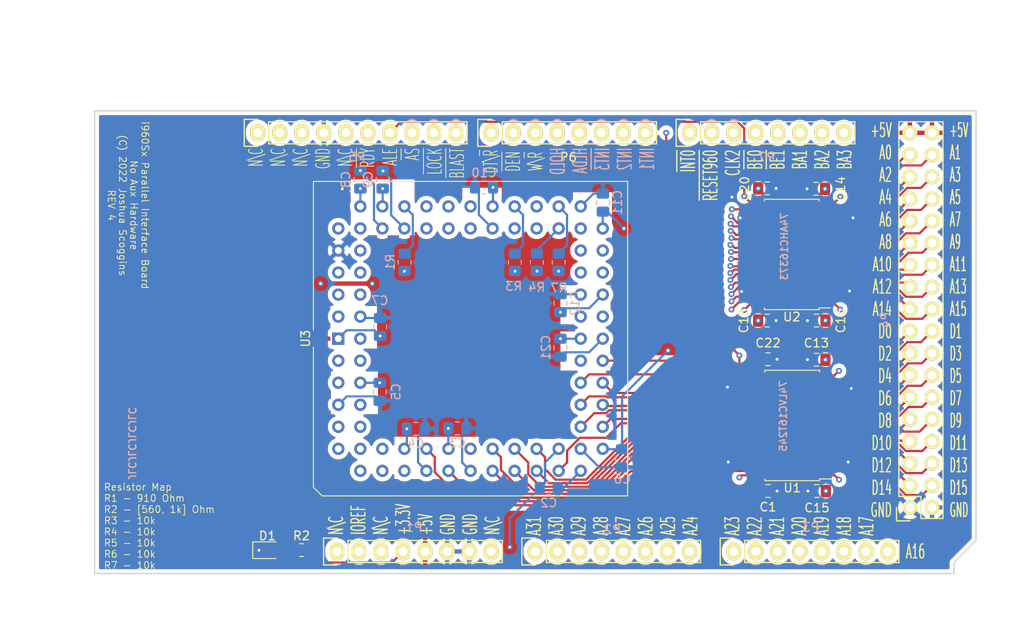
<source format=kicad_pcb>
(kicad_pcb (version 20211014) (generator pcbnew)
  (title_block (date "mar. 31 mars 2015"))
  (layers (0 "F.Cu" power "Front") (1 "In1.Cu" signal) (2 "In2.Cu" signal) (31 "B.Cu" signal "Back") (34 "B.Paste" user) (35 "F.Paste" user) (36 "B.SilkS" user "B.Silkscreen") (37 "F.SilkS" user "F.Silkscreen") (38 "B.Mask" user) (39 "F.Mask" user) (44 "Edge.Cuts" user))
  (net 0 "")
  (net 1 "GND")
  (net 2 "+5V")
  (net 3 "/A0")
  (net 4 "/A1")
  (net 5 "/A2")
  (net 6 "/A3")
  (net 7 "/A4")
  (net 8 "/A5")
  (net 9 "/A6")
  (net 10 "/A7")
  (net 11 "/A8")
  (net 12 "/A9")
  (net 13 "/A10")
  (net 14 "/A11")
  (net 15 "/A12")
  (net 16 "/A13")
  (net 17 "/A14")
  (net 18 "/A15")
  (net 19 "+3V3")
  (net 20 "Net-(D1-Pad2)")
  (net 21 "/INT2")
  (net 22 "/INT1")
  (net 24 "/~{RESET960}")
  (net 26 "/D0_OUT")
  (net 27 "/D1")
  (net 28 "/D2")
  (net 29 "/D3")
  (net 30 "/D4")
  (net 31 "/D5")
  (net 32 "/D6")
  (net 33 "/D7")
  (net 34 "/D8")
  (net 35 "/D9")
  (net 36 "/D10")
  (net 37 "/D11")
  (net 38 "/D12")
  (net 39 "/D13")
  (net 40 "/D14")
  (net 41 "/D15")
  (net 42 "/A16")
  (net 43 "/A17")
  (net 44 "/A18")
  (net 45 "/A19")
  (net 46 "/A20")
  (net 47 "/A21")
  (net 48 "/A22")
  (net 49 "/A23")
  (net 50 "/A24")
  (net 51 "/A25")
  (net 52 "/A26")
  (net 53 "/A27")
  (net 54 "/A28")
  (net 55 "/A29")
  (net 56 "/A30")
  (net 57 "/A31")
  (net 59 "/ALE")
  (net 60 "/DT\\~{R}")
  (net 61 "/~{INT3}")
  (net 62 "/BA1")
  (net 63 "/BA2")
  (net 64 "/BA3")
  (net 65 "/~{BE0}")
  (net 66 "/~{BE1}")
  (net 67 "/HOLD")
  (net 68 "/HLDA")
  (net 69 "/~{LOCK}")
  (net 70 "/CLKO")
  (net 71 "/~{AS}")
  (net 72 "/~{DEN}")
  (net 73 "/~{INT0}")
  (net 74 "/W\\~{R}")
  (net 75 "/~{BLAST}\\~{FAIL}")
  (net 76 "/~{READY}")
  (net 78 "/D0")
  (net 79 "/AD2")
  (net 80 "/AD4")
  (net 81 "/AD6")
  (net 84 "/AD1")
  (net 85 "/AD3")
  (net 86 "/AD5")
  (net 87 "/AD7")
  (net 88 "/AD9")
  (net 89 "/AD11")
  (net 90 "/AD13")
  (net 91 "/AD14")
  (net 92 "/AD8")
  (net 93 "/AD10")
  (net 94 "/AD12")
  (net 96 "/AD15")
  (net 102 "VCC")
  (footprint "Socket_Arduino_Mega:Socket_Strip_Arduino_2x18" (layer "F.Cu") (at 197.358 114.046 90)
    (fp_text reference "P4")
    (fp_text value "Address Lines")
  )
  (footprint "Socket_Arduino_Mega:Socket_Strip_Arduino_1x08" (layer "F.Cu") (at 131.318 119.126)
    (fp_text reference "P1")
    (fp_text value "Power")
  )
  (footprint "Socket_Arduino_Mega:Socket_Strip_Arduino_1x08" (layer "F.Cu") (at 154.178 119.126)
    (fp_text reference "P2")
    (fp_text value "Data Lines Lower")
  )
  (footprint "Socket_Arduino_Mega:Socket_Strip_Arduino_1x08" (layer "F.Cu") (at 177.038 119.126)
    (fp_text reference "P3")
    (fp_text value "Data Lines Upper")
  )
  (footprint "Socket_Arduino_Mega:Socket_Strip_Arduino_1x10" (layer "F.Cu") (at 122.174 70.866)
    (fp_text reference "P5")
    (fp_text value "PWM")
  )
  (footprint "Socket_Arduino_Mega:Socket_Strip_Arduino_1x08" (layer "F.Cu") (at 149.098 70.866)
    (fp_text reference "P6")
    (fp_text value "Serializable Pins")
  )
  (footprint "Socket_Arduino_Mega:Socket_Strip_Arduino_1x08" (layer "F.Cu") (at 171.958 70.866)
    (fp_text reference "P7")
    (fp_text value "1284p Direct Connection")
  )
  (footprint "LED_SMD:LED_0805_2012Metric" (layer "F.Cu") (at 123.28906 118.97614)
    (fp_text reference "D1")
    (fp_text value "POWER LED")
  )
  (footprint "Resistor_SMD:R_0805_2012Metric_Pad1.20x1.40mm_HandSolder" (layer "F.Cu") (at 127.22098 118.96344)
    (fp_text reference "R2")
    (fp_text value "560")
  )
  (footprint "Capacitor_SMD:C_0805_2012Metric_Pad1.18x1.45mm_HandSolder" (layer "F.Cu") (at 186.5843 97.016 180)
    (fp_text reference "C13")
    (fp_text value "0.1uF")
  )
  (footprint "Package_LCC:PLCC-84_THT-Socket" (layer "F.Cu") (at 131.470401 94.589599 90)
    (fp_text reference "U3")
    (fp_text value "80960Sx")
  )
  (footprint "Capacitor_SMD:C_0805_2012Metric_Pad1.18x1.45mm_HandSolder" (layer "F.Cu") (at 180.8988 77.2668)
    (fp_text reference "C20")
    (fp_text value "0.1uF")
  )
  (footprint "Capacitor_SMD:C_0805_2012Metric_Pad1.18x1.45mm_HandSolder" (layer "F.Cu") (at 186.6351 112.1544 180)
    (fp_text reference "C15")
    (fp_text value "0.1uF")
  )
  (footprint "Capacitor_SMD:C_0805_2012Metric_Pad1.18x1.45mm_HandSolder" (layer "F.Cu") (at 186.5884 92.5068 180)
    (fp_text reference "C16")
    (fp_text value "0.1uF")
  )
  (footprint "Capacitor_SMD:C_0805_2012Metric_Pad1.18x1.45mm_HandSolder" (layer "F.Cu") (at 186.5376 77.3176 180)
    (fp_text reference "C14")
    (fp_text value "0.1uF")
  )
  (footprint "Package_SO:TSSOP-48_6.1x12.5mm_P0.5mm" (layer "F.Cu") (at 183.7944 104.5972 180)
    (fp_text reference "U1")
    (fp_text value "74LVC16T245")
  )
  (footprint "Capacitor_SMD:C_0805_2012Metric_Pad1.18x1.45mm_HandSolder" (layer "F.Cu") (at 180.9963 112.1544)
    (fp_text reference "C1")
    (fp_text value "0.1uF")
  )
  (footprint "Capacitor_SMD:C_0805_2012Metric_Pad1.18x1.45mm_HandSolder" (layer "F.Cu") (at 180.8988 92.5068)
    (fp_text reference "C18")
    (fp_text value "0.1uF")
  )
  (footprint "Package_SO:TSSOP-48_6.1x12.5mm_P0.5mm" (layer "F.Cu") (at 183.7436 84.8868 180)
    (fp_text reference "U2")
    (fp_text value "74AHC16373")
  )
  (footprint "Capacitor_SMD:C_0805_2012Metric_Pad1.18x1.45mm_HandSolder" (layer "F.Cu") (at 180.9963 96.9652)
    (fp_text reference "C22")
    (fp_text value "0.1uF")
  )
  (footprint "Capacitor_SMD:C_0805_2012Metric_Pad1.18x1.45mm_HandSolder" (layer "B.Cu") (at 140.411201 104.983279)
    (fp_text reference "C4")
    (fp_text value "0.1uF")
  )
  (footprint "Capacitor_SMD:C_0805_2012Metric_Pad1.18x1.45mm_HandSolder" (layer "B.Cu") (at 164.183061 108.379259 -90)
    (fp_text reference "C6")
    (fp_text value "0.1uF")
  )
  (footprint "Capacitor_SMD:C_0805_2012Metric_Pad1.18x1.45mm_HandSolder" (layer "B.Cu") (at 155.724861 111.831119)
    (fp_text reference "C2")
    (fp_text value "0.1uF")
  )
  (footprint "Capacitor_SMD:C_0805_2012Metric_Pad1.18x1.45mm_HandSolder" (layer "B.Cu") (at 136.245601 100.716079 -90)
    (fp_text reference "C5")
    (fp_text value "0.1uF")
  )
  (footprint "Capacitor_SMD:C_0805_2012Metric_Pad1.18x1.45mm_HandSolder" (layer "B.Cu") (at 161.973261 78.910179 90)
    (fp_text reference "C11")
    (fp_text value "0.1uF")
  )
  (footprint "Capacitor_SMD:C_0805_2012Metric_Pad1.18x1.45mm_HandSolder" (layer "B.Cu") (at 145.186401 104.932479)
    (fp_text reference "C3")
    (fp_text value "0.1uF")
  )
  (footprint "Capacitor_SMD:C_0805_2012Metric_Pad1.18x1.45mm_HandSolder" (layer "B.Cu") (at 134.015481 76.255879 -90)
    (fp_text reference "C8")
    (fp_text value "0.1uF")
  )
  (footprint "Capacitor_SMD:C_0805_2012Metric_Pad1.18x1.45mm_HandSolder" (layer "B.Cu") (at 148.264881 77.147419 180)
    (fp_text reference "C10")
    (fp_text value "0.1uF")
  )
  (footprint "Capacitor_SMD:C_0805_2012Metric_Pad1.18x1.45mm_HandSolder" (layer "B.Cu") (at 157.073601 90.505279 90)
    (fp_text reference "C12")
    (fp_text value "0.1uF")
  )
  (footprint "Resistor_SMD:R_0805_2012Metric_Pad1.20x1.40mm_HandSolder" (layer "B.Cu") (at 139.113261 85.788499 -90)
    (fp_text reference "R1")
    (fp_text value "910")
  )
  (footprint "Capacitor_SMD:C_0805_2012Metric_Pad1.18x1.45mm_HandSolder" (layer "B.Cu") (at 136.296401 93.248479 90)
    (fp_text reference "C7")
    (fp_text value "0.1uF")
  )
  (footprint "Capacitor_SMD:C_0805_2012Metric_Pad1.18x1.45mm_HandSolder" (layer "B.Cu") (at 136.583421 76.255879 -90)
    (fp_text reference "C9")
    (fp_text value "0.1uF")
  )
  (footprint "Resistor_SMD:R_0805_2012Metric_Pad1.20x1.40mm_HandSolder" (layer "B.Cu") (at 151.815801 85.788499 90)
    (fp_text reference "R3")
    (fp_text value "10k")
  )
  (footprint "Resistor_SMD:R_0805_2012Metric_Pad1.20x1.40mm_HandSolder" (layer "B.Cu") (at 154.350721 85.788499 90)
    (fp_text reference "R4")
    (fp_text value "10k")
  )
  (footprint "Resistor_SMD:R_0805_2012Metric_Pad1.20x1.40mm_HandSolder" (layer "B.Cu") (at 156.867861 85.788499 90)
    (fp_text reference "R7")
    (fp_text value "10k")
  )
  (footprint "Capacitor_SMD:C_0805_2012Metric_Pad1.18x1.45mm_HandSolder" (layer "B.Cu") (at 157.073601 95.636079 -90)
    (fp_text reference "C21")
    (fp_text value "0.1uF")
  )
  (gr_line (start 202.438 120.396) (end 202.438 121.666) (layer "Edge.Cuts") (width 0.15))
  (gr_line (start 103.378 68.326) (end 204.978 68.326) (layer "Edge.Cuts") (width 0.15))
  (gr_line (start 204.978 68.326) (end 204.978 117.856) (layer "Edge.Cuts") (width 0.15))
  (gr_line (start 103.378 121.666) (end 103.378 68.326) (layer "Edge.Cuts") (width 0.15))
  (gr_line (start 204.978 117.856) (end 202.438 120.396) (layer "Edge.Cuts") (width 0.15))
  (gr_line (start 202.438 121.666) (end 103.378 121.666) (layer "Edge.Cuts") (width 0.15))
  (gr_text "74LVC16T245" (at 182.753 103.505 90) (layer "B.SilkS") (effects (font (size 0.8128 0.8128) (thickness 0.1524)) (justify mirror)))
  (gr_text "JLCJLCJLCJLC" (at 107.696 106.68 -90) (layer "B.SilkS") (effects (font (size 0.8128 0.8128) (thickness 0.1524)) (justify mirror)))
  (gr_text "HOLD\nHLDA\n~{INT3}\nINT2\nINT1" (at 161.92246 72.48398 90) (layer "B.SilkS") (effects (font (size 1.6 0.8)) (justify left mirror)))
  (gr_text "74AHC16373" (at 182.88 83.947 90) (layer "B.SilkS") (effects (font (size 0.8128 0.8128) (thickness 0.1524)) (justify mirror)))
  (gr_text "i960Sx Parallel Interface Board\nNo Aux Hardware\n(C) 2022 Joshua Scoggins\nREV 4" (at 107.25658 79.21498 -90) (layer "F.SilkS") (effects (font (size 0.8 0.8) (thickness 0.1))))
  (gr_text "+5V\nA0\nA2\nA4\nA6\nA8\nA10\nA12\nA14\nD0\nD2\nD4\nD6\nD8\nD10\nD12\nD14\nGND" (at 195.36664 92.46108) (layer "F.SilkS") (effects (font (size 1.6 0.8)) (justify right)))
  (gr_text "N\\C\nIOREF\nN\\C\n+3.3V\n+5V\nGND\nGND\nN\\C" (at 140.24102 117.30736 90) (layer "F.SilkS") (effects (font (size 1.6 0.8)) (justify left)))
  (gr_text "~{INT0}\n~{RESET960}\nCLK2\n~{BE0}\n~{BE1}\nBA1\nBA2\nBA3" (at 180.82006 72.71766 90) (layer "F.SilkS") (effects (font (size 1.6 0.8)) (justify right)))
  (gr_text "A31\nA30\nA29\nA28\nA27\nA26\nA25\nA24" (at 163.0426 117.38356 90) (layer "F.SilkS") (effects (font (size 1.6 0.8)) (justify left)))
  (gr_text "N\\C\nN\\C\nN\\C\nGND\nN\\C\n~{RDY}\nALE\n~{AS}\n~{LOCK}\n~{BLAST}" (at 133.57606 72.5424 90) (layer "F.SilkS") (effects (font (size 1.6 0.8) (thickness 0.1)) (justify right)))
  (gr_text "DT\\~{R}\n~{DEN}\nW\\~{R}" (at 151.63038 74.168 90) (layer "F.SilkS") (effects (font (size 1.6 0.8) (thickness 0.1))))
  (gr_text "A23\nA22\nA21\nA20\nA19\nA18\nA17" (at 184.62244 114.9985 90) (layer "F.SilkS") (effects (font (size 1.6 0.8)) (justify right)))
  (gr_text "+5V\nA1\nA3\nA5\nA7\nA9\nA11\nA13\nA15\nD1\nD3\nD5\nD7\nD9\nD11\nD13\nD15\nGND" (at 201.85126 92.456) (layer "F.SilkS") (effects (font (size 1.6 0.7)) (justify left)))
  (gr_text "Resistor Map\nR1 - 910 Ohm\nR2 - [560, 1k] Ohm\nR3 - 10k\nR4 - 10k\nR5 - 10k\nR6 - 10k\nR7 - 10k" (at 104.394 116.205) (layer "F.SilkS") (effects (font (size 0.8 0.8) (thickness 0.1)) (justify left)))
  (gr_text "A16" (at 197.993 119.12346) (layer "F.SilkS") (effects (font (size 1.6 0.8))))
  (segment (start 185.5976 107.053724) (end 186.804124 105.8472) (width 0.254) (layer "F.Cu") (net 1))
  (segment (start 185.5001 77.3176) (end 185.5001 82.383576) (width 0.254) (layer "F.Cu") (net 1))
  (segment (start 185.5001 82.383576) (end 186.753324 83.6368) (width 0.254) (layer "F.Cu") (net 1))
  (segment (start 181.9363 87.339224) (end 180.733876 86.1368) (width 0.254) (layer "F.Cu") (net 1))
  (segment (start 186.804124 105.8472) (end 187.5069 105.8472) (width 0.254) (layer "F.Cu") (net 1))
  (segment (start 185.5509 87.339224) (end 186.753324 86.1368) (width 0.254) (layer "F.Cu") (net 1))
  (segment (start 180.733876 83.6368) (end 180.0311 83.6368) (width 0.254) (layer "F.Cu") (net 1))
  (segment (start 181.9363 92.5068) (end 181.9363 87.339224) (width 0.254) (layer "F.Cu") (net 1))
  (segment (start 186.804124 103.3472) (end 187.5069 103.3472) (width 0.254) (layer "F.Cu") (net 1))
  (segment (start 182.0338 96.9652) (end 182.0338 102.098076) (width 0.254) (layer "F.Cu") (net 1))
  (segment (start 181.9363 82.434376) (end 180.733876 83.6368) (width 0.254) (layer "F.Cu") (net 1))
  (segment (start 186.753324 83.6368) (end 187.4561 83.6368) (width 0.254) (layer "F.Cu") (net 1))
  (segment (start 190.5844 100.3472) (end 190.6016 100.33) (width 0.254) (layer "F.Cu") (net 1))
  (segment (start 187.4561 89.1368) (end 190.3648 89.1368) (width 0.254) (layer "F.Cu") (net 1))
  (segment (start 182.0338 112.1544) (end 182.0338 107.096324) (width 0.254) (layer "F.Cu") (net 1))
  (segment (start 190.2124 108.8472) (end 190.246 108.8136) (width 0.254) (layer "F.Cu") (net 1))
  (segment (start 180.0819 108.8472) (end 176.462 108.8472) (width 0.254) (layer "F.Cu") (net 1))
  (segment (start 176.462 108.8472) (end 176.4284 108.8136) (width 0.254) (layer "F.Cu") (net 1))
  (segment (start 177.9696 89.1368) (end 177.9524 89.154) (width 0.254) (layer "F.Cu") (net 1))
  (segment (start 178.1888 79.6368) (end 176.8348 78.2828) (width 0.254) (layer "F.Cu") (net 1))
  (segment (start 185.5976 112.1544) (end 185.5976 107.053724) (width 0.254) (layer "F.Cu") (net 1))
  (segment (start 185.5468 102.089876) (end 186.804124 103.3472) (width 0.254) (layer "F.Cu") (net 1))
  (segment (start 190.3648 89.1368) (end 190.3984 89.1032) (width 0.254) (layer "F.Cu") (net 1))
  (segment (start 180.0819 100.3472) (end 176.4964 100.3472) (width 0.254) (layer "F.Cu") (net 1))
  (segment (start 190.7712 80.6368) (end 190.8048 80.6704) (width 0.254) (layer "F.Cu") (net 1))
  (segment (start 186.753324 86.1368) (end 187.4561 86.1368) (width 0.254) (layer "F.Cu") (net 1))
  (segment (start 187.4561 80.6368) (end 190.7712 80.6368) (width 0.254) (layer "F.Cu") (net 1))
  (segment (start 176.4964 100.3472) (end 176.3268 100.1776) (width 0.254) (layer "F.Cu") (net 1))
  (segment (start 180.733876 86.1368) (end 180.0311 86.1368) (width 0.254) (layer "F.Cu") (net 1))
  (segment (start 180.0311 89.1368) (end 177.9696 89.1368) (width 0.254) (layer "F.Cu") (net 1))
  (segment (start 185.5509 92.5068) (end 185.5509 87.339224) (width 0.254) (layer "F.Cu") (net 1))
  (segment (start 180.0311 79.6368) (end 178.1888 79.6368) (width 0.254) (layer "F.Cu") (net 1))
  (segment (start 180.784676 105.8472) (end 180.0819 105.8472) (width 0.254) (layer "F.Cu") (net 1))
  (segment (start 185.5468 97.016) (end 185.5468 102.089876) (width 0.254) (layer "F.Cu") (net 1))
  (segment (start 180.0311 80.6368) (end 177.8336 80.6368) (width 0.254) (layer "F.Cu") (net 1))
  (segment (start 181.9363 77.2668) (end 181.9363 82.434376) (width 0.254) (layer "F.Cu") (net 1))
  (segment (start 180.784676 103.3472) (end 180.0819 103.3472) (width 0.254) (layer "F.Cu") (net 1))
  (segment (start 182.0338 102.098076) (end 180.784676 103.3472) (width 0.254) (layer "F.Cu") (net 1))
  (segment (start 177.8336 80.6368) (end 177.8 80.6704) (width 0.254) (layer "F.Cu") (net 1))
  (segment (start 187.5069 100.3472) (end 190.5844 100.3472) (width 0.254) (layer "F.Cu") (net 1))
  (segment (start 182.0338 107.096324) (end 180.784676 105.8472) (width 0.254) (layer "F.Cu") (net 1))
  (segment (start 187.5069 108.8472) (end 190.2124 108.8472) (width 0.254) (layer "F.Cu") (net 1))
  (via (at 185.5468 97.016) (size 0.6858) (drill 0.3302) (layers "F.Cu" "B.Cu") (net 1))
  (via (at 190.3984 89.1032) (size 0.6858) (drill 0.3302) (layers "F.Cu" "B.Cu") (net 1))
  (via (at 190.246 108.8136) (size 0.6858) (drill 0.3302) (layers "F.Cu" "B.Cu") (net 1))
  (via (at 182.0338 112.1544) (size 0.6858) (drill 0.3302) (layers "F.Cu" "B.Cu") (net 1))
  (via (at 177.8 80.6704) (size 0.6858) (drill 0.3302) (layers "F.Cu" "B.Cu") (net 1))
  (via (at 185.5976 112.1544) (size 0.6858) (drill 0.3302) (layers "F.Cu" "B.Cu") (net 1))
  (via (at 176.3268 100.1776) (size 0.6858) (drill 0.3302) (layers "F.Cu" "B.Cu") (net 1))
  (via (at 185.5509 92.5068) (size 0.6858) (drill 0.3302) (layers "F.Cu" "B.Cu") (net 1))
  (via (at 190.8048 80.6704) (size 0.6858) (drill 0.3302) (layers "F.Cu" "B.Cu") (net 1))
  (via (at 181.9363 77.2668) (size 0.6858) (drill 0.3302) (layers "F.Cu" "B.Cu") (net 1))
  (via (at 134.015481 77.293379) (size 0.6858) (drill 0.3302) (layers "F.Cu" "B.Cu") (net 1))
  (via (at 136.583421 77.293379) (size 0.6858) (drill 0.3302) (layers "F.Cu" "B.Cu") (net 1))
  (via (at 190.6016 100.33) (size 0.6858) (drill 0.3302) (layers "F.Cu" "B.Cu") (net 1))
  (via (at 181.9363 92.5068) (size 0.6858) (drill 0.3302) (layers "F.Cu" "B.Cu") (net 1))
  (via (at 122.3264 118.9736) (size 0.6858) (drill 0.3302) (layers "F.Cu" "B.Cu") (net 1))
  (via (at 176.4284 108.8136) (size 0.6858) (drill 0.3302) (layers "F.Cu" "B.Cu") (net 1))
  (via (at 177.9524 89.154) (size 0.6858) (drill 0.3302) (layers "F.Cu" "B.Cu") (net 1))
  (via (at 182.0338 96.9652) (size 0.6858) (drill 0.3302) (layers "F.Cu" "B.Cu") (net 1))
  (via (at 185.5001 77.3176) (size 0.6858) (drill 0.3302) (layers "F.Cu" "B.Cu") (net 1))
  (via (at 176.8348 78.2828) (size 0.6858) (drill 0.3302) (layers "F.Cu" "B.Cu") (net 1))
  (via (at 131.9276 77.3176) (size 0.6858) (drill 0.3302) (layers "F.Cu" "B.Cu") (net 1))
  (segment (start 145.745201 105.411179) (end 145.745201 108.864399) (width 0.254) (layer "B.Cu") (net 1))
  (segment (start 140.665201 108.864399) (end 141.630401 109.829599) (width 0.254) (layer "B.Cu") (net 1))
  (segment (start 156.762361 111.831119) (end 157.408881 111.831119) (width 0.254) (layer "B.Cu") (net 1))
  (segment (start 147.675601 77.595639) (end 147.675601 80.314799) (width 0.254) (layer "B.Cu") (net 1))
  (segment (start 135.736421 101.244399) (end 132.435601 101.244399) (width 0.254) (layer "B.Cu") (net 1))
  (segment (start 140.665201 105.766779) (end 140.665201 108.864399) (width 0.254) (layer "B.Cu") (net 1))
  (segment (start 136.583421 79.316579) (end 136.550401 79.349599) (width 0.254) (layer "B.Cu") (net 1))
  (segment (start 147.675601 80.314799) (end 149.250401 81.889599) (width 0.254) (layer "B.Cu") (net 1))
  (segment (start 136.583421 77.293379) (end 136.583421 79.316579) (width 0.254) (layer "B.Cu") (net 1))
  (segment (start 161.537561 109.416759) (end 159.410401 107.289599) (width 0.254) (layer "B.Cu") (net 1))
  (segment (start 141.448701 104.983279) (end 140.665201 105.766779) (width 0.254) (layer "B.Cu") (net 1))
  (segment (start 157.073601 89.467779) (end 159.368581 89.467779) (width 0.254) (layer "B.Cu") (net 1))
  (segment (start 134.015481 77.293379) (end 134.015481 79.344519) (width 0.254) (layer "B.Cu") (net 1))
  (segment (start 136.245601 101.753579) (end 135.736421 101.244399) (width 0.254) (layer "B.Cu") (net 1))
  (segment (start 146.223901 104.932479) (end 145.745201 105.411179) (width 0.254) (layer "B.Cu") (net 1))
  (segment (start 145.745201 108.864399) (end 146.710401 109.829599) (width 0.254) (layer "B.Cu") (net 1))
  (segment (start 160.887321 77.872679) (end 159.410401 79.349599) (width 0.254) (layer "B.Cu") (net 1))
  (segment (start 160.375601 96.164399) (end 161.950401 94.589599) (width 0.254) (layer "B.Cu") (net 1))
  (segment (start 157.582781 96.164399) (end 160.375601 96.164399) (width 0.254) (layer "B.Cu") (net 1))
  (segment (start 159.368581 89.467779) (end 159.410401 89.509599) (width 0.254) (layer "B.Cu") (net 1))
  (segment (start 134.171781 92.210979) (end 134.010401 92.049599) (width 0.254) (layer "B.Cu") (net 1))
  (segment (start 147.227381 77.147419) (end 147.675601 77.595639) (width 0.254) (layer "B.Cu") (net 1))
  (segment (start 161.973261 77.872679) (end 160.887321 77.872679) (width 0.254) (layer "B.Cu") (net 1))
  (segment (start 132.435601 101.244399) (end 131.470401 102.209599) (width 0.254) (layer "B.Cu") (net 1))
  (segment (start 134.015481 79.344519) (end 134.010401 79.349599) (width 0.254) (layer "B.Cu") (net 1))
  (segment (start 164.183061 109.416759) (end 161.537561 109.416759) (width 0.254) (layer "B.Cu") (net 1))
  (segment (start 136.296401 92.210979) (end 134.171781 92.210979) (width 0.254) (layer "B.Cu") (net 1))
  (segment (start 157.408881 111.831119) (end 159.410401 109.829599) (width 0.254) (layer "B.Cu") (net 1))
  (segment (start 157.073601 96.673579) (end 157.582781 96.164399) (width 0.254) (layer "B.Cu") (net 1))
  (segment (start 181.0734 98.0798) (end 181.0734 101.558476) (width 0.254) (layer "F.Cu") (net 2))
  (segment (start 181.0734 107.635924) (end 180.784676 107.3472) (width 0.254) (layer "F.Cu") (net 2))
  (segment (start 129.4384 88.2396) (end 135.382 88.2396) (width 0.508) (layer "F.Cu") (net 2))
  (segment (start 181.0734 111.0398) (end 181.0734 107.635924) (width 0.254) (layer "F.Cu") (net 2))
  (segment (start 179.9588 96.9652) (end 181.0734 98.0798) (width 0.254) (layer "F.Cu") (net 2))
  (segment (start 180.784676 101.8472) (end 180.0819 101.8472) (width 0.254) (layer "F.Cu") (net 2))
  (segment (start 180.784676 107.3472) (end 180.0819 107.3472) (width 0.254) (layer "F.Cu") (net 2))
  (segment (start 181.0734 101.558476) (end 180.784676 101.8472) (width 0.254) (layer "F.Cu") (net 2))
  (segment (start 179.9588 112.1544) (end 181.0734 111.0398) (width 0.254) (layer "F.Cu") (net 2))
  (via (at 129.4384 88.2396) (size 0.6858) (drill 0.3302) (layers "F.Cu" "B.Cu") (net 2))
  (via (at 164.3888 81.8896) (size 0.6858) (drill 0.3302) (layers "F.Cu" "B.Cu") (net 2))
  (via (at 157.073601 91.542779) (size 0.6858) (drill 0.3302) (layers "F.Cu" "B.Cu") (net 2))
  (via (at 139.0904 86.8172) (size 0.6858) (drill 0.3302) (layers "F.Cu" "B.Cu") (net 2))
  (via (at 156.8704 86.8172) (size 0.6858) (drill 0.3302) (layers "F.Cu" "B.Cu") (net 2))
  (via (at 149.302381 77.147419) (size 0.6858) (drill 0.3302) (layers "F.Cu" "B.Cu") (net 2))
  (via (at 139.373701 104.983279) (size 0.6858) (drill 0.3302) (layers "F.Cu" "B.Cu") (net 2))
  (via (at 154.3812 86.8172) (size 0.6858) (drill 0.3302) (layers "F.Cu" "B.Cu") (net 2))
  (via (at 151.2316 118.618) (size 0.6858) (drill 0.3302) (layers "F.Cu" "B.Cu") (net 2))
  (via (at 135.382 88.2396) (size 0.6858) (drill 0.3302) (layers "F.Cu" "B.Cu") (net 2))
  (via (at 169.4688 95.9612) (size 0.6858) (drill 0.3302) (layers "F.Cu" "B.Cu") (net 2))
  (via locked (at 134.015481 75.218379) (size 0.6858) (drill 0.3302) (layers "F.Cu" "B.Cu") (net 2))
  (via locked (at 136.625921 75.260879) (size 0.6858) (drill 0.3302) (layers "F.Cu" "B.Cu") (net 2))
  (via (at 136.245601 99.678579) (size 0.6858) (drill 0.3302) (layers "F.Cu" "B.Cu") (net 2))
  (via (at 157.073601 94.598579) (size 0.6858) (drill 0.3302) (layers "F.Cu" "B.Cu") (net 2))
  (via (at 136.296401 94.285979) (size 0.6858) (drill 0.3302) (layers "F.Cu" "B.Cu") (net 2))
  (via (at 144.148901 104.932479) (size 0.6858) (drill 0.3302) (layers "F.Cu" "B.Cu") (net 2))
  (via (at 151.8412 86.8172) (size 0.6858) (drill 0.3302) (layers "F.Cu" "B.Cu") (net 2))
  (segment (start 136.583421 75.218379) (end 136.625921 75.260879) (width 0.254) (layer "B.Cu") (net 2))
  (segment (start 154.687361 111.831119) (end 155.295601 111.222879) (width 0.254) (layer "B.Cu") (net 2))
  (segment (start 135.585201 76.788099) (end 135.585201 80.924399) (width 0.254) (layer "B.Cu") (net 2))
  (segment (start 160.375601 91.084399) (end 161.950401 89.509599) (width 0.254) (layer "B.Cu") (net 2))
  (segment (start 135.634821 93.624399) (end 132.435601 93.624399) (width 0.254) (layer "B.Cu") (net 2))
  (segment (start 132.435601 93.624399) (end 131.470401 94.589599) (width 0.254) (layer "B.Cu") (net 2))
  (segment (start 134.015481 75.218379) (end 135.585201 76.788099) (width 0.254) (layer "B.Cu") (net 2))
  (segment (start 161.950401 79.970539) (end 161.973261 79.947679) (width 0.254) (layer "B.Cu") (net 2))
  (segment (start 164.183061 107.341759) (end 164.183061 101.246939) (width 0.254) (layer "B.Cu") (net 2))
  (segment (start 161.973261 79.947679) (end 162.446879 79.947679) (width 0.254) (layer "B.Cu") (net 2))
  (segment (start 157.531981 91.084399) (end 160.375601 91.084399) (width 0.254) (layer "B.Cu") (net 2))
  (segment (start 159.401421 94.598579) (end 159.410401 94.589599) (width 0.254) (layer "B.Cu") (net 2))
  (segment (start 162.002561 107.341759) (end 161.950401 107.289599) (width 0.254) (layer "B.Cu") (net 2))
  (segment (start 139.373701 107.006299) (end 139.090401 107.289599) (width 0.254) (layer "B.Cu") (net 2))
  (segment (start 161.950401 81.889599) (end 161.950401 79.970539) (width 0.254) (layer "B.Cu") (net 2))
  (segment (start 144.148901 104.932479) (end 144.148901 107.268099) (width 0.254) (layer "B.Cu") (net 2))
  (segment (start 134.019381 99.678579) (end 134.010401 99.669599) (width 0.254) (layer "B.Cu") (net 2))
  (segment (start 149.302381 77.147419) (end 149.302381 79.297619) (width 0.254) (layer "B.Cu") (net 2))
  (segment (start 136.245601 99.678579) (end 134.019381 99.678579) (width 0.254) (layer "B.Cu") (net 2))
  (segment (start 144.148901 107.268099) (end 144.170401 107.289599) (width 0.254) (layer "B.Cu") (net 2))
  (segment (start 149.302381 79.297619) (end 149.250401 79.349599) (width 0.254) (layer "B.Cu") (net 2))
  (segment (start 155.295601 108.864399) (end 156.870401 107.289599) (width 0.254) (layer "B.Cu") (net 2))
  (segment (start 135.585201 80.924399) (end 136.550401 81.889599) (width 0.254) (layer "B.Cu") (net 2))
  (segment (start 154.687361 111.831119) (end 151.2316 115.28688) (width 0.254) (layer "B.Cu") (net 2))
  (segment (start 164.183061 107.341759) (end 162.002561 107.341759) (width 0.254) (layer "B.Cu") (net 2))
  (segment (start 164.183061 101.246939) (end 169.4688 95.9612) (width 0.254) (layer "B.Cu") (net 2))
  (segment (start 137.562421 80.361619) (end 139.090401 81.889599) (width 0.254) (layer "B.Cu") (net 2))
  (segment (start 139.373701 104.983279) (end 139.373701 107.006299) (width 0.254) (layer "B.Cu") (net 2))
  (segment (start 155.295601 111.222879) (end 155.295601 108.864399) (width 0.254) (layer "B.Cu") (net 2))
  (segment (start 162.446879 79.947679) (end 164.3888 81.8896) (width 0.254) (layer "B.Cu") (net 2))
  (segment (start 157.073601 94.598579) (end 159.401421 94.598579) (width 0.254) (layer "B.Cu") (net 2))
  (segment (start 136.296401 94.285979) (end 135.634821 93.624399) (width 0.254) (layer "B.Cu") (net 2))
  (segment (start 157.073601 91.542779) (end 157.531981 91.084399) (width 0.254) (layer "B.Cu") (net 2))
  (segment (start 136.625921 75.260879) (end 137.562421 76.197379) (width 0.254) (layer "B.Cu") (net 2))
  (segment (start 137.562421 76.197379) (end 137.562421 80.361619) (width 0.254) (layer "B.Cu") (net 2))
  (segment (start 151.2316 115.28688) (end 151.2316 118.618) (width 0.254) (layer "B.Cu") (net 2))
  (segment (start 187.4561 79.6368) (end 190.710853 79.6368) (width 0.254) (layer "F.Cu") (net 3))
  (segment (start 190.710853 79.6368) (end 196.941653 73.406) (width 0.254) (layer "F.Cu") (net 3))
  (segment (start 196.941653 73.406) (end 197.358 73.406) (width 0.254) (layer "F.Cu") (net 3))
  (segment (start 196.260563 74.6252) (end 198.6788 74.6252) (width 0.254) (layer "F.Cu") (net 4))
  (segment (start 187.4561 80.1368) (end 190.444163 80.1368) (width 0.254) (layer "F.Cu") (net 4))
  (segment (start 198.6788 74.6252) (end 199.898 73.406) (width 0.254) (layer "F.Cu") (net 4))
  (segment (start 190.557763 80.0232) (end 190.862563 80.0232) (width 0.254) (layer "F.Cu") (net 4))
  (segment (start 190.862563 80.0232) (end 196.260563 74.6252) (width 0.254) (layer "F.Cu") (net 4))
  (segment (start 190.444163 80.1368) (end 190.557763 80.0232) (width 0.254) (layer "F.Cu") (net 4))
  (segment (start 190.557763 81.2668) (end 192.0372 81.2668) (width 0.254) (layer "F.Cu") (net 5))
  (segment (start 187.4561 81.1368) (end 190.427763 81.1368) (width 0.254) (layer "F.Cu") (net 5))
  (segment (start 192.0372 81.2668) (end 197.358 75.946) (width 0.254) (layer "F.Cu") (net 5))
  (segment (start 190.427763 81.1368) (end 190.557763 81.2668) (width 0.254) (layer "F.Cu") (net 5))
  (segment (start 197.047474 77.216) (end 198.628 77.216) (width 0.254) (layer "F.Cu") (net 6))
  (segment (start 187.466601 81.647301) (end 192.616173 81.647301) (width 0.254) (layer "F.Cu") (net 6))
  (segment (start 187.4561 81.6368) (end 187.466601 81.647301) (width 0.254) (layer "F.Cu") (net 6))
  (segment (start 198.628 77.216) (end 199.898 75.946) (width 0.254) (layer "F.Cu") (net 6))
  (segment (start 192.616173 81.647301) (end 197.047474 77.216) (width 0.254) (layer "F.Cu") (net 6))
  (segment (start 187.4561 82.6368) (end 193.2072 82.6368) (width 0.254) (layer "F.Cu") (net 7))
  (segment (start 193.2072 82.6368) (end 197.358 78.486) (width 0.254) (layer "F.Cu") (net 7))
  (segment (start 198.628 79.756) (end 199.898 78.486) (width 0.254) (layer "F.Cu") (net 8))
  (segment (start 197.047474 79.756) (end 198.628 79.756) (width 0.254) (layer "F.Cu") (net 8))
  (segment (start 187.4561 83.1368) (end 193.666674 83.1368) (width 0.254) (layer "F.Cu") (net 8))
  (segment (start 193.666674 83.1368) (end 197.047474 79.756) (width 0.254) (layer "F.Cu") (net 8))
  (segment (start 194.2472 84.1368) (end 197.358 81.026) (width 0.254) (layer "F.Cu") (net 9))
  (segment (start 187.4561 84.1368) (end 194.2472 84.1368) (width 0.254) (layer "F.Cu") (net 9))
  (segment (start 194.706674 84.6368) (end 196.895074 82.4484) (width 0.254) (layer "F.Cu") (net 10))
  (segment (start 196.895074 82.4484) (end 198.4756 82.4484) (width 0.254) (layer "F.Cu") (net 10))
  (segment (start 187.4561 84.6368) (end 194.706674 84.6368) (width 0.254) (layer "F.Cu") (net 10))
  (segment (start 198.4756 82.4484) (end 199.898 81.026) (width 0.254) (layer "F.Cu") (net 10))
  (segment (start 195.7872 85.1368) (end 197.358 83.566) (width 0.254) (layer "F.Cu") (net 11))
  (segment (start 187.4561 85.1368) (end 195.7872 85.1368) (width 0.254) (layer "F.Cu") (net 11))
  (segment (start 187.4561 85.6368) (end 196.246674 85.6368) (width 0.254) (layer "F.Cu") (net 12))
  (segment (start 196.246674 85.6368) (end 197.199874 84.6836) (width 0.254) (layer "F.Cu") (net 12))
  (segment (start 198.7804 84.6836) (end 199.898 83.566) (width 0.254) (layer "F.Cu") (net 12))
  (segment (start 197.199874 84.6836) (end 198.7804 84.6836) (width 0.254) (layer "F.Cu") (net 12))
  (segment (start 196.8272 86.6368) (end 197.358 86.106) (width 0.254) (layer "F.Cu") (net 13))
  (segment (start 187.4561 86.6368) (end 196.8272 86.6368) (width 0.254) (layer "F.Cu") (net 13))
  (segment (start 187.4561 87.1368) (end 187.5429 87.2236) (width 0.254) (layer "F.Cu") (net 14))
  (segment (start 187.5429 87.2236) (end 198.7804 87.2236) (width 0.254) (layer "F.Cu") (net 14))
  (segment (start 198.7804 87.2236) (end 199.898 86.106) (width 0.254) (layer "F.Cu") (net 14))
  (segment (start 187.466601 88.126299) (end 196.838299 88.126299) (width 0.254) (layer "F.Cu") (net 15))
  (segment (start 196.838299 88.126299) (end 197.358 88.646) (width 0.254) (layer "F.Cu") (net 15))
  (segment (start 187.4561 88.1368) (end 187.466601 88.126299) (width 0.254) (layer "F.Cu") (net 15))
  (segment (start 198.7804 89.7636) (end 199.898 88.646) (width 0.254) (layer "F.Cu") (net 16))
  (segment (start 196.895074 89.7636) (end 198.7804 89.7636) (width 0.254) (layer "F.Cu") (net 16))
  (segment (start 187.4561 88.6368) (end 190.021363 88.6368) (width 0.254) (layer "F.Cu") (net 16))
  (segment (start 195.638274 88.5068) (end 196.895074 89.7636) (width 0.254) (layer "F.Cu") (net 16))
  (segment (start 190.151363 88.5068) (end 195.638274 88.5068) (width 0.254) (layer "F.Cu") (net 16))
  (segment (start 190.021363 88.6368) (end 190.151363 88.5068) (width 0.254) (layer "F.Cu") (net 16))
  (segment (start 189.936163 89.6368) (end 190.049763 89.7504) (width 0.254) (layer "F.Cu") (net 17))
  (segment (start 187.4561 89.6368) (end 189.936163 89.6368) (width 0.254) (layer "F.Cu") (net 17))
  (segment (start 195.9224 89.7504) (end 197.358 91.186) (width 0.254) (layer "F.Cu") (net 17))
  (segment (start 190.049763 89.7504) (end 195.9224 89.7504) (width 0.254) (layer "F.Cu") (net 17))
  (segment (start 196.895074 92.3036) (end 198.7804 92.3036) (width 0.254) (layer "F.Cu") (net 18))
  (segment (start 198.7804 92.3036) (end 199.898 91.186) (width 0.254) (layer "F.Cu") (net 18))
  (segment (start 187.4561 90.1368) (end 194.728274 90.1368) (width 0.254) (layer "F.Cu") (net 18))
  (segment (start 194.728274 90.1368) (end 196.895074 92.3036) (width 0.254) (layer "F.Cu") (net 18))
  (segment (start 129.65354 120.396) (end 137.668 120.396) (width 0.254) (layer "F.Cu") (net 19))
  (segment (start 128.22098 118.96344) (end 129.65354 120.396) (width 0.254) (layer "F.Cu") (net 19))
  (segment (start 137.668 120.396) (end 138.938 119.126) (width 0.254) (layer "F.Cu") (net 19))
  (segment (start 124.23926 118.96344) (end 124.22656 118.97614) (width 0.254) (layer "F.Cu") (net 20))
  (segment (start 126.22098 118.96344) (end 124.23926 118.96344) (width 0.254) (layer "F.Cu") (net 20))
  (segment (start 157.835601 83.820759) (end 157.835601 80.314799) (width 0.254) (layer "B.Cu") (net 24))
  (segment (start 156.867861 84.788499) (end 157.835601 83.820759) (width 0.254) (layer "B.Cu") (net 24))
  (segment (start 157.835601 80.314799) (end 156.870401 79.349599) (width 0.254) (layer "B.Cu") (net 24))
  (segment (start 187.5069 99.3472) (end 191.7368 99.3472) (width 0.254) (layer "F.Cu") (net 26))
  (segment (start 191.7368 99.3472) (end 197.358 93.726) (width 0.254) (layer "F.Cu") (net 26))
  (segment (start 187.5069 99.8472) (end 190.240963 99.8472) (width 0.254) (layer "F.Cu") (net 27))
  (segment (start 197.047474 94.996) (end 198.628 94.996) (width 0.254) (layer "F.Cu") (net 27))
  (segment (start 190.354563 99.7336) (end 192.309874 99.7336) (width 0.254) (layer "F.Cu") (net 27))
  (segment (start 190.240963 99.8472) (end 190.354563 99.7336) (width 0.254) (layer "F.Cu") (net 27))
  (segment (start 192.309874 99.7336) (end 197.047474 94.996) (width 0.254) (layer "F.Cu") (net 27))
  (segment (start 198.628 94.996) (end 199.898 93.726) (width 0.254) (layer "F.Cu") (net 27))
  (segment (start 192.6976 100.9264) (end 197.358 96.266) (width 0.254) (layer "F.Cu") (net 28))
  (segment (start 187.5069 100.8472) (end 190.275363 100.8472) (width 0.254) (layer "F.Cu") (net 28))
  (segment (start 190.354563 100.9264) (end 192.6976 100.9264) (width 0.254) (layer "F.Cu") (net 28))
  (segment (start 190.275363 100.8472) (end 190.354563 100.9264) (width 0.254) (layer "F.Cu") (net 28))
  (segment (start 187.5069 101.3472) (end 193.236274 101.3472) (width 0.254) (layer "F.Cu") (net 29))
  (segment (start 197.149074 97.4344) (end 198.7296 97.4344) (width 0.254) (layer "F.Cu") (net 29))
  (segment (start 193.236274 101.3472) (end 197.149074 97.4344) (width 0.254) (layer "F.Cu") (net 29))
  (segment (start 198.7296 97.4344) (end 199.898 96.266) (width 0.254) (layer "F.Cu") (net 29))
  (segment (start 193.8168 102.3472) (end 197.358 98.806) (width 0.254) (layer "F.Cu") (net 30))
  (segment (start 187.5069 102.3472) (end 193.8168 102.3472) (width 0.254) (layer "F.Cu") (net 30))
  (segment (start 194.276274 102.8472) (end 197.098274 100.0252) (width 0.254) (layer "F.Cu") (net 31))
  (segment (start 198.6788 100.0252) (end 199.898 98.806) (width 0.254) (layer "F.Cu") (net 31))
  (segment (start 197.098274 100.0252) (end 198.6788 100.0252) (width 0.254) (layer "F.Cu") (net 31))
  (segment (start 187.5069 102.8472) (end 194.276274 102.8472) (width 0.254) (layer "F.Cu") (net 31))
  (segment (start 194.8568 103.8472) (end 197.358 101.346) (width 0.254) (layer "F.Cu") (net 32))
  (segment (start 187.5069 103.8472) (end 194.8568 103.8472) (width 0.254) (layer "F.Cu") (net 32))
  (segment (start 198.7809 102.4631) (end 199.898 101.346) (width 0.254) (layer "F.Cu") (net 33))
  (segment (start 197.200374 102.4631) (end 198.7809 102.4631) (width 0.254) (layer "F.Cu") (net 33))
  (segment (start 187.5069 104.3472) (end 195.316274 104.3472) (width 0.254) (layer "F.Cu") (net 33))
  (segment (start 195.316274 104.3472) (end 197.200374 102.4631) (width 0.254) (layer "F.Cu") (net 33))
  (segment (start 196.3968 104.8472) (end 197.358 103.886) (width 0.254) (layer "F.Cu") (net 34))
  (segment (start 187.5069 104.8472) (end 196.3968 104.8472) (width 0.254) (layer "F.Cu") (net 34))
  (segment (start 187.5069 105.3472) (end 187.5457 105.3084) (width 0.254) (layer "F.Cu") (net 35))
  (segment (start 187.5457 105.3084) (end 198.4756 105.3084) (width 0.254) (layer "F.Cu") (net 35))
  (segment (start 198.4756 105.3084) (end 199.898 103.886) (width 0.254) (layer "F.Cu") (net 35))
  (segment (start 187.5069 106.3472) (end 197.2792 106.3472) (width 0.254) (layer "F.Cu") (net 36))
  (segment (start 197.2792 106.3472) (end 197.358 106.426) (width 0.254) (layer "F.Cu") (net 36))
  (segment (start 196.895074 107.5436) (end 198.7804 107.5436) (width 0.254) (layer "F.Cu") (net 37))
  (segment (start 198.7804 107.5436) (end 199.898 106.426) (width 0.254) (layer "F.Cu") (net 37))
  (segment (start 187.5069 106.8472) (end 196.198674 106.8472) (width 0.254) (layer "F.Cu") (net 37))
  (segment (start 196.198674 106.8472) (end 196.895074 107.5436) (width 0.254) (layer "F.Cu") (net 37))
  (segment (start 196.228699 107.836699) (end 197.358 108.966) (width 0.254) (layer "F.Cu") (net 38))
  (segment (start 187.517401 107.836699) (end 196.228699 107.836699) (width 0.254) (layer "F.Cu") (net 38))
  (segment (start 187.5069 107.8472) (end 187.517401 107.836699) (width 0.254) (layer "F.Cu") (net 38))
  (segment (start 187.5069 108.3472) (end 189.868963 108.3472) (width 0.254) (layer "F.Cu") (net 39))
  (segment (start 189.998963 108.2172) (end 195.028674 108.2172) (width 0.254) (layer "F.Cu") (net 39))
  (segment (start 196.895074 110.0836) (end 198.7804 110.0836) (width 0.254) (layer "F.Cu") (net 39))
  (segment (start 189.868963 108.3472) (end 189.998963 108.2172) (width 0.254) (layer "F.Cu") (net 39))
  (segment (start 198.7804 110.0836) (end 199.898 108.966) (width 0.254) (layer "F.Cu") (net 39))
  (segment (start 195.028674 108.2172) (end 196.895074 110.0836) (width 0.254) (layer "F.Cu") (net 39))
  (segment (start 189.936163 109.3472) (end 189.998963 109.41) (width 0.254) (layer "F.Cu") (net 40))
  (segment (start 195.262 109.41) (end 197.358 111.506) (width 0.254) (layer "F.Cu") (net 40))
  (segment (start 189.998963 109.41) (end 195.262 109.41) (width 0.254) (layer "F.Cu") (net 40))
  (segment (start 187.5069 109.3472) (end 189.936163 109.3472) (width 0.254) (layer "F.Cu") (net 40))
  (segment (start 196.895074 112.6236) (end 198.7804 112.6236) (width 0.254) (layer "F.Cu") (net 41))
  (segment (start 187.5069 109.8472) (end 194.118674 109.8472) (width 0.254) (layer "F.Cu") (net 41))
  (segment (start 194.118674 109.8472) (end 196.895074 112.6236) (width 0.254) (layer "F.Cu") (net 41))
  (segment (start 198.7804 112.6236) (end 199.898 111.506) (width 0.254) (layer "F.Cu") (net 41))
  (segment (start 180.0311 79.1368) (end 179.2128 79.1368) (width 0.254) (layer "F.Cu") (net 59))
  (segment (start 138.684 69.596) (end 177.500925 69.596) (width 0.254) (layer "F.Cu") (net 59))
  (segment (start 180.0311 90.6368) (end 178.908 90.6368) (width 0.254) (layer "F.Cu") (net 59))
  (segment (start 179.2128 79.1368) (end 178.2572 78.1812) (width 0.254) (layer "F.Cu") (net 59))
  (segment (start 178.2572 70.352275) (end 178.2572 78.1812) (width 0.254) (layer "F.Cu") (net 59))
  (segment (start 137.414 70.866) (end 138.684 69.596) (width 0.254) (layer "F.Cu") (net 59))
  (segment (start 178.908 90.6368) (end 178.2572 91.2876) (width 0.254) (layer "F.Cu") (net 59))
  (segment (start 177.500925 69.596) (end 178.2572 70.352275) (width 0.254) (layer "F.Cu") (net 59))
  (via (at 178.2572 78.1812) (size 0.6858) (drill 0.3302) (layers "F.Cu" "B.Cu") (net 59))
  (via (at 178.2572 91.2876) (size 0.6858) (drill 0.3302) (layers "F.Cu" "B.Cu") (net 59))
  (segment (start 187.5069 98.8472) (end 188.63 98.8472) (width 0.254) (layer "F.Cu") (net 60))
  (segment (start 188.6808 110.3472) (end 189.1792 110.8456) (width 0.254) (layer "F.Cu") (net 60))
  (segment (start 187.5069 110.3472) (end 188.6808 110.3472) (width 0.254) (layer "F.Cu") (net 60))
  (segment (start 188.63 98.8472) (end 189.1792 98.298) (width 0.254) (layer "F.Cu") (net 60))
  (via (at 189.1792 110.8456) (size 0.6858) (drill 0.3302) (layers "F.Cu" "B.Cu") (net 60))
  (via (at 189.1792 98.298) (size 0.6858) (drill 0.3302) (layers "F.Cu" "B.Cu") (net 60))
  (segment (start 151.815801 84.788499) (end 152.755601 83.848699) (width 0.254) (layer "B.Cu") (net 61))
  (segment (start 152.755601 83.848699) (end 152.755601 80.314799) (width 0.254) (layer "B.Cu") (net 61))
  (segment (start 152.755601 80.314799) (end 151.790401 79.349599) (width 0.254) (layer "B.Cu") (net 61))
  (segment (start 187.4561 79.1368) (end 188.4268 79.1368) (width 0.254) (layer "F.Cu") (net 68))
  (segment (start 188.4268 79.1368) (end 189.3316 78.232) (width 0.254) (layer "F.Cu") (net 68))
  (segment (start 187.4561 90.6368) (end 188.7316 90.6368) (width 0.254) (layer "F.Cu") (net 68))
  (segment (start 188.7316 90.6368) (end 189.3316 91.2368) (width 0.254) (layer "F.Cu") (net 68))
  (via (at 189.3316 78.232) (size 0.6858) (drill 0.3302) (layers "F.Cu" "B.Cu") (net 68))
  (via (at 189.3316 91.2368) (size 0.6858) (drill 0.3302) (layers "F.Cu" "B.Cu") (net 68))
  (segment (start 140.055601 80.314799) (end 139.090401 79.349599) (width 0.254) (layer "B.Cu") (net 69))
  (segment (start 140.055601 83.846159) (end 140.055601 80.314799) (width 0.254) (layer "B.Cu") (net 69))
  (segment (start 139.113261 84.788499) (end 140.055601 83.846159) (width 0.254) (layer "B.Cu") (net 69))
  (segment (start 178.6636 98.8568) (end 177.6984 97.8916) (width 0.254) (layer "F.Cu") (net 72))
  (segment (start 180.0723 98.8568) (end 178.6636 98.8568) (width 0.254) (layer "F.Cu") (net 72))
  (segment (start 180.0819 110.3472) (end 177.9428 110.3472) (width 0.254) (layer "F.Cu") (net 72))
  (segment (start 169.2656 88.0872) (end 177.6984 96.52) (width 0.254) (layer "F.Cu") (net 72))
  (segment (start 177.9428 110.3472) (end 177.6984 110.5916) (width 0.254) (layer "F.Cu") (net 72))
  (segment (start 177.6984 97.8916) (end 177.6984 96.52) (width 0.254) (layer "F.Cu") (net 72))
  (segment (start 169.2656 70.866) (end 169.2656 88.0872) (width 0.254) (layer "F.Cu") (net 72))
  (segment (start 180.0819 98.8472) (end 180.0723 98.8568) (width 0.254) (layer "F.Cu") (net 72))
  (via (at 177.6984 96.52) (size 0.6858) (drill 0.3302) (layers "F.Cu" "B.Cu") (net 72))
  (via (at 169.2656 70.866) (size 0.6858) (drill 0.3302) (layers "F.Cu" "B.Cu") (net 72))
  (via (at 177.6984 110.5916) (size 0.6858) (drill 0.3302) (layers "F.Cu" "B.Cu") (net 72))
  (segment (start 154.350721 84.788499) (end 154.350721 84.409279) (width 0.254) (layer "B.Cu") (net 73))
  (segment (start 154.350721 84.409279) (end 156.870401 81.889599) (width 0.254) (layer "B.Cu") (net 73))
  (segment (start 161.950401 97.129599) (end 176.398289 97.129599) (width 0.254) (layer "F.Cu") (net 78))
  (segment (start 178.658391 99.237301) (end 178.76829 99.3472) (width 0.254) (layer "F.Cu") (net 78))
  (segment (start 178.505991 99.237301) (end 178.658391 99.237301) (width 0.254) (layer "F.Cu") (net 78))
  (segment (start 176.398289 97.129599) (end 178.505991 99.237301) (width 0.254) (layer "F.Cu") (net 78))
  (segment (start 178.76829 99.3472) (end 180.0819 99.3472) (width 0.254) (layer "F.Cu") (net 78))
  (segment (start 161.950401 99.669599) (end 163.128002 100.8472) (width 0.254) (layer "F.Cu") (net 79))
  (segment (start 180.0311 81.1368) (end 178.177037 81.1368) (width 0.254) (layer "F.Cu") (net 79))
  (segment (start 178.047037 81.2668) (end 177.505552 81.2668) (width 0.254) (layer "F.Cu") (net 79))
  (segment (start 163.128002 100.8472) (end 180.0819 100.8472) (width 0.254) (layer "F.Cu") (net 79))
  (segment (start 177.505552 81.2668) (end 176.731054 80.492302) (width 0.254) (layer "F.Cu") (net 79))
  (segment (start 178.177037 81.1368) (end 178.047037 81.2668) (width 0.254) (layer "F.Cu") (net 79))
  (via (at 176.731054 80.492302) (size 0.6858) (drill 0.3302) (layers "F.Cu" "B.Cu") (net 79))
  (segment (start 177.333794 82.6368) (end 177.026375 82.329381) (width 0.254) (layer "F.Cu") (net 80))
  (segment (start 162.088002 102.3472) (end 180.0819 102.3472) (width 0.254) (layer "F.Cu") (net 80))
  (segment (start 161.950401 102.209599) (end 162.088002 102.3472) (width 0.254) (layer "F.Cu") (net 80))
  (segment (start 180.0311 82.6368) (end 177.333794 82.6368) (width 0.254) (layer "F.Cu") (net 80))
  (segment (start 176.862137 82.329381) (end 176.704581 82.171825) (width 0.254) (layer "F.Cu") (net 80))
  (segment (start 177.026375 82.329381) (end 176.862137 82.329381) (width 0.254) (layer "F.Cu") (net 80))
  (via (at 176.704581 82.171825) (size 0.6858) (drill 0.3302) (layers "F.Cu" "B.Cu") (net 80))
  (segment (start 162.8528 103.8472) (end 161.950401 104.749599) (width 0.254) (layer "F.Cu") (net 81))
  (segment (start 180.0311 84.1368) (end 177.17311 84.1368) (width 0.254) (layer "F.Cu") (net 81))
  (segment (start 177.17311 84.1368) (end 176.982134 83.945824) (width 0.254) (layer "F.Cu") (net 81))
  (segment (start 180.0819 103.8472) (end 162.8528 103.8472) (width 0.254) (layer "F.Cu") (net 81))
  (segment (start 176.832997 83.945824) (end 176.671807 83.784634) (width 0.254) (layer "F.Cu") (net 81))
  (segment (start 176.982134 83.945824) (end 176.832997 83.945824) (width 0.254) (layer "F.Cu") (net 81))
  (via (at 176.671807 83.784634) (size 0.6858) (drill 0.3302) (layers "F.Cu" "B.Cu") (net 81))
  (segment (start 178.15069 80.1368) (end 177.69961 79.68572) (width 0.254) (layer "F.Cu") (net 84))
  (segment (start 180.0311 80.1368) (end 178.15069 80.1368) (width 0.254) (layer "F.Cu") (net 84))
  (segment (start 177.434979 98.704399) (end 178.57778 99.8472) (width 0.254) (layer "F.Cu") (net 84))
  (segment (start 177.69961 79.68572) (end 176.827285 79.68572) (width 0.254) (layer "F.Cu") (net 84))
  (segment (start 159.410401 99.669599) (end 160.375601 98.704399) (width 0.254) (layer "F.Cu") (net 84))
  (segment (start 160.375601 98.704399) (end 177.434979 98.704399) (width 0.254) (layer "F.Cu") (net 84))
  (segment (start 178.57778 99.8472) (end 180.0819 99.8472) (width 0.254) (layer "F.Cu") (net 84))
  (via (at 176.827285 79.68572) (size 0.6858) (drill 0.3302) (layers "F.Cu" "B.Cu") (net 84))
  (segment (start 162.453001 101.3472) (end 162.3502 101.244399) (width 0.254) (layer "F.Cu") (net 85))
  (segment (start 176.988426 81.647301) (end 176.693236 81.352111) (width 0.254) (layer "F.Cu") (net 85))
  (segment (start 180.020599 81.647301) (end 176.988426 81.647301) (width 0.254) (layer "F.Cu") (net 85))
  (segment (start 160.375601 101.244399) (end 159.410401 102.209599) (width 0.254) (layer "F.Cu") (net 85))
  (segment (start 180.0819 101.3472) (end 162.453001 101.3472) (width 0.254) (layer "F.Cu") (net 85))
  (segment (start 162.3502 101.244399) (end 160.375601 101.244399) (width 0.254) (layer "F.Cu") (net 85))
  (segment (start 180.0311 81.6368) (end 180.020599 81.647301) (width 0.254) (layer "F.Cu") (net 85))
  (via (at 176.693236 81.352111) (size 0.6858) (drill 0.3302) (layers "F.Cu" "B.Cu") (net 85))
  (segment (start 177.187577 83.1368) (end 177.030964 82.980187) (width 0.254) (layer "F.Cu") (net 86))
  (segment (start 162.677799 102.8472) (end 162.3502 103.174799) (width 0.254) (layer "F.Cu") (net 86))
  (segment (start 160.985201 103.174799) (end 159.410401 104.749599) (width 0.254) (layer "F.Cu") (net 86))
  (segment (start 162.3502 103.174799) (end 160.985201 103.174799) (width 0.254) (layer "F.Cu") (net 86))
  (segment (start 180.0311 83.1368) (end 177.187577 83.1368) (width 0.254) (layer "F.Cu") (net 86))
  (segment (start 177.030964 82.980187) (end 176.784503 82.980187) (width 0.254) (layer "F.Cu") (net 86))
  (segment (start 180.0819 102.8472) (end 162.677799 102.8472) (width 0.254) (layer "F.Cu") (net 86))
  (via (at 176.784503 82.980187) (size 0.6858) (drill 0.3302) (layers "F.Cu" "B.Cu") (net 86))
  (segment (start 156.870401 109.829599) (end 157.835601 108.864399) (width 0.254) (layer "F.Cu") (net 87))
  (segment (start 176.781897 84.6368) (end 176.739231 84.594134) (width 0.254) (layer "F.Cu") (net 87))
  (segment (start 164.0292 104.3472) (end 180.0819 104.3472) (width 0.254) (layer "F.Cu") (net 87))
  (segment (start 157.835601 108.864399) (end 157.835601 107.4994) (width 0.254) (layer "F.Cu") (net 87))
  (segment (start 159.315401 106.0196) (end 162.3568 106.0196) (width 0.254) (layer "F.Cu") (net 87))
  (segment (start 180.0311 84.6368) (end 176.781897 84.6368) (width 0.254) (layer "F.Cu") (net 87))
  (segment (start 157.835601 107.4994) (end 159.315401 106.0196) (width 0.254) (layer "F.Cu") (net 87))
  (segment (start 162.3568 106.0196) (end 164.0292 104.3472) (width 0.254) (layer "F.Cu") (net 87))
  (via (at 176.739231 84.594134) (size 0.6858) (drill 0.3302) (layers "F.Cu" "B.Cu") (net 87))
  (segment (start 155.752802 111.252) (end 160.1724 111.252) (width 0.254) (layer "F.Cu") (net 88))
  (segment (start 160.1724 111.252) (end 166.0772 105.3472) (width 0.254) (layer "F.Cu") (net 88))
  (segment (start 154.330401 109.829599) (end 155.752802 111.252) (width 0.254) (layer "F.Cu") (net 88))
  (segment (start 178.708825 86.256299) (end 176.704704 86.256299) (width 0.254) (layer "F.Cu") (net 88))
  (segment (start 180.0311 85.6368) (end 179.328324 85.6368) (width 0.254) (layer "F.Cu") (net 88))
  (segment (start 179.328324 85.6368) (end 178.708825 86.256299) (width 0.254) (layer "F.Cu") (net 88))
  (segment (start 176.704704 86.256299) (end 176.662943 86.214538) (width 0.254) (layer "F.Cu") (net 88))
  (segment (start 166.0772 105.3472) (end 180.0819 105.3472) (width 0.254) (layer "F.Cu") (net 88))
  (via (at 176.662943 86.214538) (size 0.6858) (drill 0.3302) (layers "F.Cu" "B.Cu") (net 88))
  (segment (start 176.911445 87.623239) (end 176.882489 87.623239) (width 0.254) (layer "F.Cu") (net 89))
  (segment (start 177.260928 87.273017) (end 177.260808 87.273137) (width 0.254) (layer "F.Cu") (net 89))
  (segment (start 177.260808 87.273876) (end 176.911445 87.623239) (width 0.254) (layer "F.Cu") (net 89))
  (segment (start 154.025602 112.0648) (end 151.790401 109.829599) (width 0.254) (layer "F.Cu") (net 89))
  (segment (start 177.260808 87.273137) (end 177.260808 87.273876) (width 0.254) (layer "F.Cu") (net 89))
  (segment (start 177.260928 87.246942) (end 177.260928 87.273017) (width 0.254) (layer "F.Cu") (net 89))
  (segment (start 165.7456 106.8472) (end 160.528 112.0648) (width 0.254) (layer "F.Cu") (net 89))
  (segment (start 176.882489 87.623239) (end 176.666589 87.839139) (width 0.254) (layer "F.Cu") (net 89))
  (segment (start 180.0819 106.8472) (end 165.7456 106.8472) (width 0.254) (layer "F.Cu") (net 89))
  (segment (start 160.528 112.0648) (end 154.025602 112.0648) (width 0.254) (layer "F.Cu") (net 89))
  (segment (start 177.37107 87.1368) (end 177.260928 87.246942) (width 0.254) (layer "F.Cu") (net 89))
  (segment (start 180.0311 87.1368) (end 177.37107 87.1368) (width 0.254) (layer "F.Cu") (net 89))
  (via (at 176.666589 87.839139) (size 0.6858) (drill 0.3302) (layers "F.Cu" "B.Cu") (net 89))
  (segment (start 152.349202 112.9284) (end 160.8328 112.9284) (width 0.254) (layer "F.Cu") (net 90))
  (segment (start 176.805437 108.3472) (end 180.0819 108.3472) (width 0.254) (layer "F.Cu") (net 90))
  (segment (start 149.250401 109.829599) (end 152.349202 112.9284) (width 0.254) (layer "F.Cu") (net 90))
  (segment (start 176.675437 108.2172) (end 176.805437 108.3472) (width 0.254) (layer "F.Cu") (net 90))
  (segment (start 178.278637 88.6368) (end 178.199437 88.5576) (width 0.254) (layer "F.Cu") (net 90))
  (segment (start 160.8328 112.9284) (end 165.544 108.2172) (width 0.254) (layer "F.Cu") (net 90))
  (segment (start 180.0311 88.6368) (end 178.278637 88.6368) (width 0.254) (layer "F.Cu") (net 90))
  (segment (start 177.689793 88.5576) (end 176.788274 89.459119) (width 0.254) (layer "F.Cu") (net 90))
  (segment (start 178.199437 88.5576) (end 177.689793 88.5576) (width 0.254) (layer "F.Cu") (net 90))
  (segment (start 165.544 108.2172) (end 176.675437 108.2172) (width 0.254) (layer "F.Cu") (net 90))
  (via (at 176.788274 89.459119) (size 0.6858) (drill 0.3302) (layers "F.Cu" "B.Cu") (net 90))
  (segment (start 177.34043 89.7504) (end 176.802952 90.287878) (width 0.254) (layer "F.Cu") (net 91))
  (segment (start 178.313037 89.6368) (end 178.199437 89.7504) (width 0.254) (layer "F.Cu") (net 91))
  (segment (start 147.675602 113.3348) (end 160.9852 113.3348) (width 0.254) (layer "F.Cu") (net 91))
  (segment (start 180.0311 89.6368) (end 178.313037 89.6368) (width 0.254) (layer "F.Cu") (net 91))
  (segment (start 144.170401 109.829599) (end 147.675602 113.3348) (width 0.254) (layer "F.Cu") (net 91))
  (segment (start 178.199437 89.7504) (end 177.34043 89.7504) (width 0.254) (layer "F.Cu") (net 91))
  (segment (start 176.738237 109.3472) (end 180.0819 109.3472) (width 0.254) (layer "F.Cu") (net 91))
  (segment (start 164.91 109.41) (end 176.675437 109.41) (width 0.254) (layer "F.Cu") (net 91))
  (segment (start 176.675437 109.41) (end 176.738237 109.3472) (width 0.254) (layer "F.Cu") (net 91))
  (segment (start 160.9852 113.3348) (end 164.91 109.41) (width 0.254) (layer "F.Cu") (net 91))
  (via (at 176.802952 90.287878) (size 0.6858) (drill 0.3302) (layers "F.Cu" "B.Cu") (net 91))
  (segment (start 155.295601 108.254799) (end 154.330401 107.289599) (width 0.254) (layer "F.Cu") (net 92))
  (segment (start 179.290214 85.1368) (end 179.0206 85.406414) (width 0.254) (layer "F.Cu") (net 92))
  (segment (start 156.521403 110.8456) (end 155.295601 109.619798) (width 0.254) (layer "F.Cu") (net 92))
  (segment (start 160.02 110.8456) (end 156.521403 110.8456) (width 0.254) (layer "F.Cu") (net 92))
  (segment (start 166.0184 104.8472) (end 160.02 110.8456) (width 0.254) (layer "F.Cu") (net 92))
  (segment (start 180.0819 104.8472) (end 166.0184 104.8472) (width 0.254) (layer "F.Cu") (net 92))
  (segment (start 155.295601 109.619798) (end 155.295601 108.254799) (width 0.254) (layer "F.Cu") (net 92))
  (segment (start 179.0206 85.406414) (end 176.745228 85.406414) (width 0.254) (layer "F.Cu") (net 92))
  (segment (start 180.0311 85.1368) (end 179.290214 85.1368) (width 0.254) (layer "F.Cu") (net 92))
  (via (at 176.745228 85.406414) (size 0.6858) (drill 0.3302) (layers "F.Cu" "B.Cu") (net 92))
  (segment (start 160.3248 111.6584) (end 165.636 106.3472) (width 0.254) (layer "F.Cu") (net 93))
  (segment (start 177.115584 86.6368) (end 176.914781 86.837603) (width 0.254) (layer "F.Cu") (net 93))
  (segment (start 154.794203 111.6584) (end 160.3248 111.6584) (width 0.254) (layer "F.Cu") (net 93))
  (segment (start 153.365201 108.864399) (end 153.365201 110.229398) (width 0.254) (layer "F.Cu") (net 93))
  (segment (start 151.790401 107.289599) (end 153.365201 108.864399) (width 0.254) (layer "F.Cu") (net 93))
  (segment (start 153.365201 110.229398) (end 154.794203 111.6584) (width 0.254) (layer "F.Cu") (net 93))
  (segment (start 176.853644 86.837603) (end 176.664408 87.026839) (width 0.254) (layer "F.Cu") (net 93))
  (segment (start 165.636 106.3472) (end 180.0819 106.3472) (width 0.254) (layer "F.Cu") (net 93))
  (segment (start 176.914781 86.837603) (end 176.853644 86.837603) (width 0.254) (layer "F.Cu") (net 93))
  (segment (start 180.0311 86.6368) (end 177.115584 86.6368) (width 0.254) (layer "F.Cu") (net 93))
  (via (at 176.664408 87.026839) (size 0.6858) (drill 0.3302) (layers "F.Cu" "B.Cu") (net 93))
  (segment (start 150.215601 108.254799) (end 150.215601 109.728001) (width 0.254) (layer "F.Cu") (net 94))
  (segment (start 150.215601 109.728001) (end 152.9588 112.4712) (width 0.254) (layer "F.Cu") (net 94))
  (segment (start 160.6804 112.4712) (end 165.314901 107.836699) (width 0.254) (layer "F.Cu") (net 94))
  (segment (start 165.314901 107.836699) (end 180.071399 107.836699) (width 0.254) (layer "F.Cu") (net 94))
  (segment (start 149.250401 107.289599) (end 150.215601 108.254799) (width 0.254) (layer "F.Cu") (net 94))
  (segment (start 152.9588 112.4712) (end 160.6804 112.4712) (width 0.254) (layer "F.Cu") (net 94))
  (segment (start 180.071399 107.836699) (end 180.0819 107.8472) (width 0.254) (layer "F.Cu") (net 94))
  (segment (start 177.233226 88.1368) (end 176.720366 88.64966) (width 0.254) (layer "F.Cu") (net 94))
  (segment (start 180.0311 88.1368) (end 177.233226 88.1368) (width 0.254) (layer "F.Cu") (net 94))
  (via (at 176.720366 88.64966) (size 0.6858) (drill 0.3302) (layers "F.Cu" "B.Cu") (net 94))
  (segment (start 165.184 109.8472) (end 180.0819 109.8472) (width 0.254) (layer "F.Cu") (net 96))
  (segment (start 142.595601 109.982001) (end 146.4056 113.792) (width 0.254) (layer "F.Cu") (net 96))
  (segment (start 161.2392 113.792) (end 165.184 109.8472) (width 0.254) (layer "F.Cu") (net 96))
  (segment (start 146.4056 113.792) (end 161.2392 113.792) (width 0.254) (layer "F.Cu") (net 96))
  (segment (start 142.595601 108.254799) (end 142.595601 109.982001) (width 0.254) (layer "F.Cu") (net 96))
  (segment (start 141.630401 107.289599) (end 142.595601 108.254799) (width 0.254) (layer "F.Cu") (net 96))
  (segment (start 177.884 90.1368) (end 176.784 91.2368) (width 0.254) (layer "F.Cu") (net 96))
  (segment (start 180.0311 90.1368) (end 177.884 90.1368) (width 0.254) (layer "F.Cu") (net 96))
  (via (at 176.784 91.2368) (size 0.6858) (drill 0.3302) (layers "F.Cu" "B.Cu") (net 96))
  (segment (start 187.6218 97.016) (end 186.5154 98.1224) (width 0.254) (layer "F.Cu") (net 102))
  (segment (start 186.753324 82.1368) (end 187.4561 82.1368) (width 0.254) (layer "F.Cu") (net 102))
  (segment (start 181.0226 78.4281) (end 179.87205 77.27755) (width 0.254) (layer "F.Cu") (net 102))
  (segment (start 187.6259 92.5068) (end 187.61515 92.49605) (width 0.254) (layer "F.Cu") (net 102))
  (segment (start 180.733876 82.1368) (end 181.0226 81.848076) (width 0.254) (layer "F.Cu") (net 102))
  (segment (start 187.5751 77.3176) (end 186.4646 78.4281) (width 0.254) (layer "F.Cu") (net 102))
  (segment (start 186.4646 87.925524) (end 186.753324 87.6368) (width 0.254) (layer "F.Cu") (net 102))
  (segment (start 186.4646 78.4281) (end 186.4646 81.848076) (width 0.254) (layer "F.Cu") (net 102))
  (segment (start 180.733876 87.6368) (end 181.0226 87.925524) (width 0.254) (layer "F.Cu") (net 102))
  (segment (start 180.0311 87.6368) (end 180.733876 87.6368) (width 0.254) (layer "F.Cu") (net 102))
  (segment (start 179.87205 77.27755) (end 179.8613 77.2668) (width 0.254) (layer "F.Cu") (net 102))
  (segment (start 181.0226 91.3455) (end 179.8613 92.5068) (width 0.254) (layer "F.Cu") (net 102))
  (segment (start 180.0311 82.1368) (end 180.733876 82.1368) (width 0.254) (layer "F.Cu") (net 102))
  (segment (start 181.0226 81.848076) (end 181.0226 78.4281) (width 0.254) (layer "F.Cu") (net 102))
  (segment (start 186.4646 91.3455) (end 186.4646 87.925524) (width 0.254) (layer "F.Cu") (net 102))
  (segment (start 186.804124 101.8472) (end 187.5069 101.8472) (width 0.254) (layer "F.Cu") (net 102))
  (segment (start 187.6726 112.1544) (end 186.5154 110.9972) (width 0.254) (layer "F.Cu") (net 102))
  (segment (start 186.7848 107.3472) (end 187.5069 107.3472) (width 0.254) (layer "F.Cu") (net 102))
  (segment (start 186.5154 110.9972) (end 186.5154 107.6166) (width 0.254) (layer "F.Cu") (net 102))
  (segment (start 181.0226 87.925524) (end 181.0226 91.3455) (width 0.254) (layer "F.Cu") (net 102))
  (segment (start 186.5154 107.6166) (end 186.7848 107.3472) (width 0.254) (layer "F.Cu") (net 102))
  (segment (start 186.5154 98.1224) (end 186.5154 101.558476) (width 0.254) (layer "F.Cu") (net 102))
  (segment (start 186.753324 87.6368) (end 187.4561 87.6368) (width 0.254) (layer "F.Cu") (net 102))
  (segment (start 186.4646 81.848076) (end 186.753324 82.1368) (width 0.254) (layer "F.Cu") (net 102))
  (segment (start 187.61515 92.49605) (end 186.4646 91.3455) (width 0.254) (layer "F.Cu") (net 102))
  (segment (start 186.5154 101.558476) (end 186.804124 101.8472) (width 0.254) (layer "F.Cu") (net 102))
  (via (at 187.6218 97.016) (size 0.6858) (drill 0.3302) (layers "F.Cu" "B.Cu") (net 102))
  (via (at 179.8613 92.5068) (size 0.6858) (drill 0.3302) (layers "F.Cu" "B.Cu") (net 102))
  (via (at 187.6726 112.1544) (size 0.6858) (drill 0.3302) (layers "F.Cu" "B.Cu") (net 102))
  (via (at 187.61515 92.49605) (size 0.6858) (drill 0.3302) (layers "F.Cu" "B.Cu") (net 102))
  (via (at 179.87205 77.27755) (size 0.6858) (drill 0.3302) (layers "F.Cu" "B.Cu") (net 102))
  (via (at 187.5751 77.3176) (size 0.6858) (drill 0.3302) (layers "F.Cu" "B.Cu") (net 102))
  (zone (net 0) (net_name "") (layers "F.Cu" "In1.Cu" "In2.Cu" "B.Cu") (connect_pads (clearance 0)) (min_thickness 0.254)
    (keepout (tracks allowed) (vias allowed) (pads allowed) (copperpour not_allowed) (footprints allowed))
    (fill (thermal_gap 0.508) (thermal_bridge_width 0.508))
    (polygon (pts (xy 157.073601 88.422479) (xy 162.864801 88.422479) (xy 162.864801 92.943679) (xy 157.073601 92.943679)))
  )
  (zone (net 0) (net_name "") (layers "F.Cu" "In1.Cu" "In2.Cu" "B.Cu") (connect_pads (clearance 0)) (min_thickness 0.254)
    (keepout (tracks allowed) (vias allowed) (pads allowed) (copperpour not_allowed) (footprints allowed))
    (fill (thermal_gap 0.508) (thermal_bridge_width 0.508))
    (polygon (pts (xy 140.258801 82.682079) (xy 132.892801 82.682079) (xy 132.892801 76.230479) (xy 140.258801 76.230479)))
  )
  (zone (net 0) (net_name "") (layers "F.Cu" "In1.Cu" "In2.Cu" "B.Cu") (connect_pads (clearance 0)) (min_thickness 0.254)
    (keepout (tracks allowed) (vias allowed) (pads allowed) (copperpour not_allowed) (footprints allowed))
    (fill (thermal_gap 0.508) (thermal_bridge_width 0.508))
    (polygon (pts (xy 163.017201 77.703679) (xy 163.017201 82.936079) (xy 158.496001 82.936079) (xy 158.496001 77.703679)))
  )
  (zone (net 0) (net_name "") (layers "F.Cu" "In1.Cu" "In2.Cu" "B.Cu") (connect_pads (clearance 0)) (min_thickness 0.254)
    (keepout (tracks allowed) (vias allowed) (pads allowed) (copperpour not_allowed) (footprints allowed))
    (fill (thermal_gap 0.508) (thermal_bridge_width 0.508))
    (polygon (pts (xy 137.922001 110.774479) (xy 137.922001 105.897679) (xy 147.675601 105.897679) (xy 147.675601 110.774479)))
  )
  (zone (net 0) (net_name "") (layers "F.Cu" "In1.Cu" "In2.Cu" "B.Cu") (connect_pads (clearance 0)) (min_thickness 0.254)
    (keepout (tracks allowed) (vias allowed) (pads allowed) (copperpour not_allowed) (footprints allowed))
    (fill (thermal_gap 0.508) (thermal_bridge_width 0.508))
    (polygon (pts (xy 157.073601 93.756479) (xy 162.814001 93.756479) (xy 162.814001 98.277679) (xy 157.073601 98.277679)))
  )
  (zone (net 0) (net_name "") (layers "F.Cu" "In1.Cu" "In2.Cu" "B.Cu") (connect_pads (clearance 0)) (min_thickness 0.254)
    (keepout (tracks allowed) (vias allowed) (pads allowed) (copperpour not_allowed) (footprints allowed))
    (fill (thermal_gap 0.508) (thermal_bridge_width 0.508))
    (polygon (pts (xy 135.940801 90.810079) (xy 135.940801 95.737679) (xy 130.556001 95.737679) (xy 130.556001 90.810079)))
  )
  (zone (net 0) (net_name "") (layers "F.Cu" "In1.Cu" "In2.Cu" "B.Cu") (connect_pads (clearance 0)) (min_thickness 0.254)
    (keepout (tracks allowed) (vias allowed) (pads allowed) (copperpour not_allowed) (footprints allowed))
    (fill (thermal_gap 0.508) (thermal_bridge_width 0.508))
    (polygon (pts (xy 155.803601 106.253279) (xy 164.185601 106.253279) (xy 164.185601 110.774479) (xy 155.803601 110.774479)))
  )
  (zone (net 0) (net_name "") (layers "F.Cu" "In1.Cu" "In2.Cu" "B.Cu") (connect_pads (clearance 0)) (min_thickness 0.254)
    (keepout (tracks allowed) (vias allowed) (pads allowed) (copperpour not_allowed) (footprints allowed))
    (fill (thermal_gap 0.508) (thermal_bridge_width 0.508))
    (polygon (pts (xy 153.314401 111.841279) (xy 153.314401 106.151679) (xy 160.375601 106.151679) (xy 160.375601 111.841279)))
  )
  (zone (net 2) (net_name "+5V") (layer "F.Cu") (connect_pads (clearance 0.508)) (min_thickness 0.254) (fill yes (thermal_gap 0.508) (thermal_bridge_width 0.508))
    (polygon (pts (xy 206.53756 128.55194) (xy 96.2533 128.55194) (xy 96.2533 62.35954) (xy 206.53756 62.35954)))
  )
  (zone (net 0) (net_name "") (layers "F.Cu" "In1.Cu" "In2.Cu" "B.Cu") (connect_pads (clearance 0)) (min_thickness 0.254)
    (keepout (tracks allowed) (vias allowed) (pads allowed) (copperpour not_allowed) (footprints allowed))
    (fill (thermal_gap 0.508) (thermal_bridge_width 0.508))
    (polygon (pts (xy 150.317201 82.834479) (xy 145.745201 82.834479) (xy 145.745201 77.195679) (xy 150.317201 77.195679)))
  )
  (zone (net 0) (net_name "") (layers "F.Cu" "In1.Cu" "In2.Cu" "B.Cu") (connect_pads (clearance 0)) (min_thickness 0.254)
    (keepout (tracks allowed) (vias allowed) (pads allowed) (copperpour not_allowed) (footprints allowed))
    (fill (thermal_gap 0.508) (thermal_bridge_width 0.508))
    (polygon (pts (xy 136.042401 98.379279) (xy 136.042401 103.306879) (xy 130.606801 103.306879) (xy 130.606801 98.379279)))
  )
  (zone (net 1) (net_name "GND") (layers "In2.Cu" "B.Cu") (connect_pads (clearance 0.508)) (min_thickness 0.254) (fill yes (thermal_gap 0.508) (thermal_bridge_width 0.508))
    (polygon (pts (xy 210.51012 127.29464) (xy 92.47378 127.29464) (xy 92.47378 55.55488) (xy 210.51012 55.55488)))
  )
)
</source>
